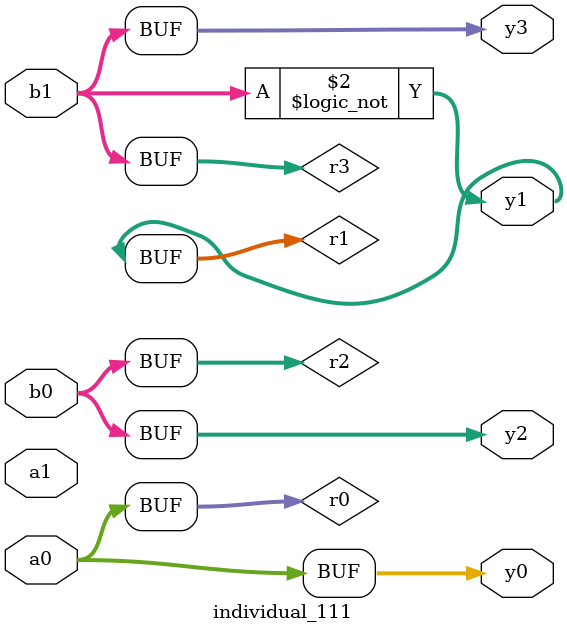
<source format=sv>
module individual_111(input logic [15:0] a1, input logic [15:0] a0, input logic [15:0] b1, input logic [15:0] b0, output logic [15:0] y3, output logic [15:0] y2, output logic [15:0] y1, output logic [15:0] y0);
logic [15:0] r0, r1, r2, r3; 
 always@(*) begin 
	 r0 = a0; r1 = a1; r2 = b0; r3 = b1; 
 	 r1 = ! b1 ;
 	 y3 = r3; y2 = r2; y1 = r1; y0 = r0; 
end
endmodule
</source>
